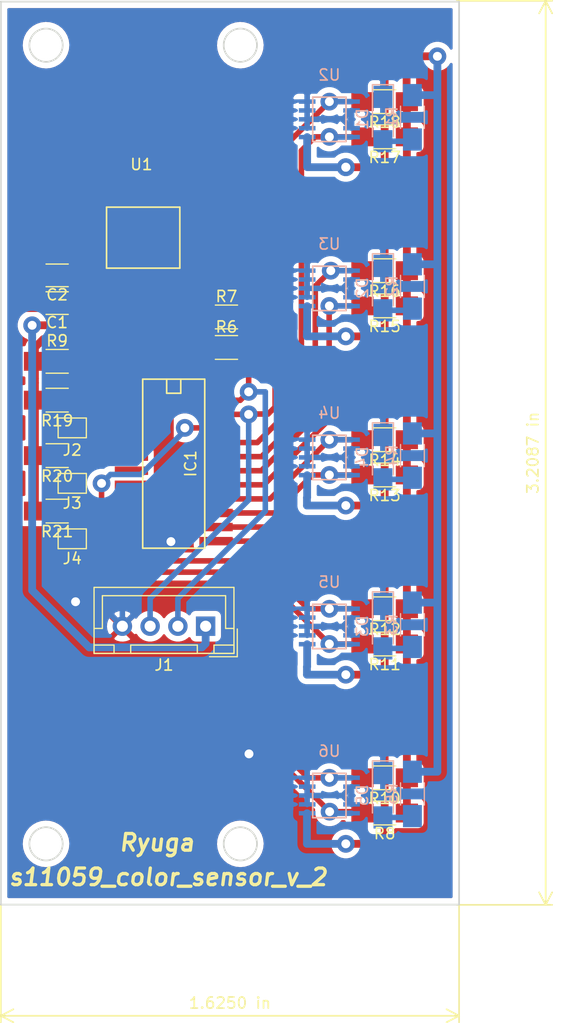
<source format=kicad_pcb>
(kicad_pcb (version 20171130) (host pcbnew "(5.1.0)-1")
  (layers (0 F.Cu signal) (31 B.Cu signal) (34 B.Paste user hide) (35 F.Paste user hide) (36 B.SilkS user) (37 F.SilkS user) (38 B.Mask user) (39 F.Mask user) (44 Edge.Cuts user))
  (net 0 "")
  (net 1 +3V3)
  (net 2 sda)
  (net 3 scl)
  (net 4 GND)
  (net 5 scl7)
  (net 6 sda7)
  (net 7 scl6)
  (net 8 sda6)
  (net 9 scl5)
  (net 10 sda5)
  (net 11 scl4)
  (net 12 sda4)
  (net 13 scl3)
  (net 14 sda3)
  (net 15 +5V)
  (net 16 "Net-(D1-Pad2)")
  (net 17 "Net-(D2-Pad2)")
  (net 18 "Net-(D3-Pad2)")
  (net 19 "Net-(D4-Pad2)")
  (net 20 "Net-(D5-Pad2)")
  (net 21 "Net-(IC1-Pad3)")
  (net 22 A0)
  (net 23 A1)
  (net 24 A2)
  (module mylib:PQ033EZH1HZ (layer F.Cu) (at 135.25 86.6)
    (fp_text reference U1 (at -0.16 -11.845) (layer F.SilkS))
    (fp_text value PQ033EZ1HZ)
    (pad 3 smd rect (at 0 -9.4) (size 5.7 2.3) (layers F.Cu F.Paste F.Mask) (net 1 +3V3))
    (pad 5 smd rect (at 2.54 0.65) (size 0.7 3) (layers F.Cu F.Paste F.Mask) (net 4 GND))
    (pad 4 smd rect (at 1.27 0.65) (size 0.7 3) (layers F.Cu F.Paste F.Mask))
    (pad 3 smd rect (at 0 0.65) (size 0.7 3) (layers F.Cu F.Paste F.Mask) (net 1 +3V3))
    (pad 2 smd rect (at -1.27 0.65) (size 0.7 3) (layers F.Cu F.Paste F.Mask) (net 15 +5V))
    (pad 1 smd rect (at -2.54 0.65) (size 0.7 3) (layers F.Cu F.Paste F.Mask) (net 15 +5V))
  )
  (module SMD_Packages:SOIC-24 (layer F.Cu) (at 138 101.727 270)
    (fp_text reference IC1 (at 0 -1.524 270) (layer F.SilkS))
    (fp_text value PCA9547D,112)
    (pad 13 smd rect (at 6.985 -3.81 270) (size 0.762 3) (layers F.Cu F.Paste F.Mask) (net 12 sda4))
    (pad 14 smd rect (at 5.715 -3.81 270) (size 0.762 3) (layers F.Cu F.Paste F.Mask) (net 11 scl4))
    (pad 15 smd rect (at 4.445 -3.81 270) (size 0.762 3) (layers F.Cu F.Paste F.Mask) (net 10 sda5))
    (pad 16 smd rect (at 3.175 -3.81 270) (size 0.762 3) (layers F.Cu F.Paste F.Mask) (net 9 scl5))
    (pad 17 smd rect (at 1.905 -3.81 270) (size 0.762 3) (layers F.Cu F.Paste F.Mask) (net 8 sda6))
    (pad 18 smd rect (at 0.635 -3.81 270) (size 0.762 3) (layers F.Cu F.Paste F.Mask) (net 7 scl6))
    (pad 19 smd rect (at -0.635 -3.81 270) (size 0.762 3) (layers F.Cu F.Paste F.Mask) (net 6 sda7))
    (pad 20 smd rect (at -1.905 -3.81 270) (size 0.762 3) (layers F.Cu F.Paste F.Mask) (net 5 scl7))
    (pad 21 smd rect (at -3.175 -3.81 270) (size 0.762 3) (layers F.Cu F.Paste F.Mask) (net 24 A2))
    (pad 22 smd rect (at -4.445 -3.81 270) (size 0.762 3) (layers F.Cu F.Paste F.Mask) (net 3 scl))
    (pad 23 smd rect (at -5.715 -3.81 270) (size 0.762 3) (layers F.Cu F.Paste F.Mask) (net 2 sda))
    (pad 24 smd rect (at -6.985 -3.81 270) (size 0.762 3) (layers F.Cu F.Paste F.Mask) (net 1 +3V3))
    (pad 12 smd rect (at 7.112 3.81 270) (size 0.762 3) (layers F.Cu F.Paste F.Mask) (net 4 GND))
    (pad 11 smd rect (at 5.715 3.81 270) (size 0.762 3) (layers F.Cu F.Paste F.Mask) (net 13 scl3))
    (pad 10 smd rect (at 4.445 3.81 270) (size 0.762 3) (layers F.Cu F.Paste F.Mask) (net 14 sda3))
    (pad 9 smd rect (at 3.175 3.81 270) (size 0.762 3) (layers F.Cu F.Paste F.Mask))
    (pad 8 smd rect (at 1.905 3.81 270) (size 0.762 3) (layers F.Cu F.Paste F.Mask))
    (pad 7 smd rect (at 0.635 3.81 270) (size 0.762 3) (layers F.Cu F.Paste F.Mask))
    (pad 6 smd rect (at -0.635 3.81 270) (size 0.762 3) (layers F.Cu F.Paste F.Mask))
    (pad 5 smd rect (at -1.905 3.81 270) (size 0.762 3) (layers F.Cu F.Paste F.Mask))
    (pad 4 smd rect (at -3.175 3.81 270) (size 0.762 3) (layers F.Cu F.Paste F.Mask))
    (pad 3 smd rect (at -4.445 3.81 270) (size 0.762 3) (layers F.Cu F.Paste F.Mask) (net 21 "Net-(IC1-Pad3)"))
    (pad 2 smd rect (at -5.715 3.81 270) (size 0.762 3) (layers F.Cu F.Paste F.Mask) (net 23 A1))
    (pad 1 smd rect (at -6.985 3.81 270) (size 0.762 3) (layers F.Cu F.Paste F.Mask) (net 22 A0))
  )
  (module mylib:S11059_SMD (layer B.Cu) (at 152.019 82.423)
    (fp_text reference U3 (at 0 -0.5) (layer B.SilkS) (effects (justify mirror)))
    (fp_text value S11059)
    (pad 1 smd rect (at -2 5.1) (size 1.5 0.4) (layers B.Cu B.Paste B.Mask) (net 1 +3V3))
    (pad 2 smd rect (at -2 4.3) (size 1.5 0.4) (layers B.Cu B.Paste B.Mask) (net 4 GND))
    (pad 3 smd rect (at -2 3.5) (size 1.5 0.4) (layers B.Cu B.Paste B.Mask) (net 4 GND))
    (pad 4 smd rect (at -2 2.7) (size 1.5 0.4) (layers B.Cu B.Paste B.Mask) (net 4 GND))
    (pad 5 smd rect (at -2 1.9) (size 1.5 0.4) (layers B.Cu B.Paste B.Mask) (net 4 GND))
    (pad 6 smd rect (at 2 1.9) (size 1.5 0.4) (layers B.Cu B.Paste B.Mask) (net 7 scl6))
    (pad 7 smd rect (at 2 2.7) (size 1.5 0.4) (layers B.Cu B.Paste B.Mask) (net 4 GND))
    (pad 9 smd rect (at 2 4.3) (size 1.5 0.4) (layers B.Cu B.Paste B.Mask) (net 4 GND))
    (pad 10 smd rect (at 2 5.1) (size 1.5 0.4) (layers B.Cu B.Paste B.Mask) (net 8 sda6))
  )
  (module Connectors_JST:JST_XH_B04B-XH-A_04x2.50mm_Straight (layer F.Cu) (at 140.875 116.38 180)
    (fp_text reference J1 (at 3.75 -3.5 180) (layer F.SilkS))
    (fp_text value Conn_01x04)
    (pad 1 thru_hole rect (at 0 0 180) (size 1.75 1.75) (drill 1) (layers *.Cu *.Mask) (net 15 +5V))
    (pad 2 thru_hole circle (at 2.5 0 180) (size 1.75 1.75) (drill 1) (layers *.Cu *.Mask) (net 2 sda))
    (pad 3 thru_hole circle (at 5 0 180) (size 1.75 1.75) (drill 1) (layers *.Cu *.Mask) (net 3 scl))
    (pad 4 thru_hole circle (at 7.5 0 180) (size 1.75 1.75) (drill 1) (layers *.Cu *.Mask) (net 4 GND))
  )
  (module LEDs:LED_1206_HandSoldering (layer B.Cu) (at 156.845 70.66 270)
    (fp_text reference D1 (at 0 1.85 270) (layer B.SilkS) (effects (justify mirror)))
    (fp_text value LED)
    (pad 1 smd rect (at -2 0 270) (size 2 1.7) (layers B.Cu B.Paste B.Mask) (net 4 GND))
    (pad 2 smd rect (at 2 0 270) (size 2 1.7) (layers B.Cu B.Paste B.Mask) (net 16 "Net-(D1-Pad2)"))
  )
  (module LEDs:LED_1206_HandSoldering (layer B.Cu) (at 156.845 85.9 270)
    (fp_text reference D2 (at 0 1.85 270) (layer B.SilkS) (effects (justify mirror)))
    (fp_text value LED)
    (pad 1 smd rect (at -2 0 270) (size 2 1.7) (layers B.Cu B.Paste B.Mask) (net 4 GND))
    (pad 2 smd rect (at 2 0 270) (size 2 1.7) (layers B.Cu B.Paste B.Mask) (net 17 "Net-(D2-Pad2)"))
  )
  (module LEDs:LED_1206_HandSoldering (layer B.Cu) (at 156.845 116.38 270)
    (fp_text reference D3 (at 0 1.85 270) (layer B.SilkS) (effects (justify mirror)))
    (fp_text value LED)
    (pad 1 smd rect (at -2 0 270) (size 2 1.7) (layers B.Cu B.Paste B.Mask) (net 4 GND))
    (pad 2 smd rect (at 2 0 270) (size 2 1.7) (layers B.Cu B.Paste B.Mask) (net 18 "Net-(D3-Pad2)"))
  )
  (module LEDs:LED_1206_HandSoldering (layer B.Cu) (at 156.845 101.14 270)
    (fp_text reference D4 (at 0 1.85 270) (layer B.SilkS) (effects (justify mirror)))
    (fp_text value LED)
    (pad 1 smd rect (at -2 0 270) (size 2 1.7) (layers B.Cu B.Paste B.Mask) (net 4 GND))
    (pad 2 smd rect (at 2 0 270) (size 2 1.7) (layers B.Cu B.Paste B.Mask) (net 19 "Net-(D4-Pad2)"))
  )
  (module LEDs:LED_1206_HandSoldering (layer B.Cu) (at 156.845 131.62 270)
    (fp_text reference D5 (at 0 1.85 270) (layer B.SilkS) (effects (justify mirror)))
    (fp_text value LED)
    (pad 1 smd rect (at -2 0 270) (size 2 1.7) (layers B.Cu B.Paste B.Mask) (net 4 GND))
    (pad 2 smd rect (at 2 0 270) (size 2 1.7) (layers B.Cu B.Paste B.Mask) (net 20 "Net-(D5-Pad2)"))
  )
  (module Capacitors_SMD:C_1206_HandSoldering (layer F.Cu) (at 127.5 87.25 180)
    (fp_text reference C1 (at 0 -1.75 180) (layer F.SilkS))
    (fp_text value C)
    (pad 1 smd rect (at -2 0 180) (size 2 1.6) (layers F.Cu F.Paste F.Mask) (net 15 +5V))
    (pad 2 smd rect (at 2 0 180) (size 2 1.6) (layers F.Cu F.Paste F.Mask) (net 4 GND))
  )
  (module Capacitors_SMD:C_1206_HandSoldering (layer F.Cu) (at 127.5 84.75 180)
    (fp_text reference C2 (at 0 -1.75 180) (layer F.SilkS))
    (fp_text value C)
    (pad 1 smd rect (at -2 0 180) (size 2 1.6) (layers F.Cu F.Paste F.Mask) (net 1 +3V3))
    (pad 2 smd rect (at 2 0 180) (size 2 1.6) (layers F.Cu F.Paste F.Mask) (net 4 GND))
  )
  (module Connectors:GS2 (layer F.Cu) (at 128.86 98.5 270)
    (fp_text reference J2 (at 2 0) (layer F.SilkS))
    (fp_text value GS2)
    (pad 1 smd rect (at 0 -0.64 270) (size 1.27 0.97) (layers F.Cu F.Paste F.Mask) (net 22 A0))
    (pad 2 smd rect (at 0 0.64 270) (size 1.27 0.97) (layers F.Cu F.Paste F.Mask) (net 4 GND))
  )
  (module Connectors:GS2 (layer F.Cu) (at 128.86 103.5 270)
    (fp_text reference J3 (at 1.78 0) (layer F.SilkS))
    (fp_text value GS2)
    (pad 1 smd rect (at 0 -0.64 270) (size 1.27 0.97) (layers F.Cu F.Paste F.Mask) (net 23 A1))
    (pad 2 smd rect (at 0 0.64 270) (size 1.27 0.97) (layers F.Cu F.Paste F.Mask) (net 4 GND))
  )
  (module Connectors:GS2 (layer F.Cu) (at 128.86 108.5 270)
    (fp_text reference J4 (at 1.78 0) (layer F.SilkS))
    (fp_text value GS2)
    (pad 1 smd rect (at 0 -0.64 270) (size 1.27 0.97) (layers F.Cu F.Paste F.Mask) (net 24 A2))
    (pad 2 smd rect (at 0 0.64 270) (size 1.27 0.97) (layers F.Cu F.Paste F.Mask) (net 4 GND))
  )
  (module mylib:S11059_SMD (layer B.Cu) (at 152.019 67.183)
    (fp_text reference U2 (at 0 -0.5) (layer B.SilkS) (effects (justify mirror)))
    (fp_text value S11059)
    (pad 1 smd rect (at -2 5.1) (size 1.5 0.4) (layers B.Cu B.Paste B.Mask) (net 1 +3V3))
    (pad 2 smd rect (at -2 4.3) (size 1.5 0.4) (layers B.Cu B.Paste B.Mask) (net 4 GND))
    (pad 3 smd rect (at -2 3.5) (size 1.5 0.4) (layers B.Cu B.Paste B.Mask) (net 4 GND))
    (pad 4 smd rect (at -2 2.7) (size 1.5 0.4) (layers B.Cu B.Paste B.Mask) (net 4 GND))
    (pad 5 smd rect (at -2 1.9) (size 1.5 0.4) (layers B.Cu B.Paste B.Mask) (net 4 GND))
    (pad 6 smd rect (at 2 1.9) (size 1.5 0.4) (layers B.Cu B.Paste B.Mask) (net 5 scl7))
    (pad 7 smd rect (at 2 2.7) (size 1.5 0.4) (layers B.Cu B.Paste B.Mask) (net 4 GND))
    (pad 9 smd rect (at 2 4.3) (size 1.5 0.4) (layers B.Cu B.Paste B.Mask) (net 4 GND))
    (pad 10 smd rect (at 2 5.1) (size 1.5 0.4) (layers B.Cu B.Paste B.Mask) (net 6 sda7))
  )
  (module mylib:S11059_SMD (layer B.Cu) (at 152.019 97.663)
    (fp_text reference U4 (at 0 -0.5) (layer B.SilkS) (effects (justify mirror)))
    (fp_text value S11059)
    (pad 1 smd rect (at -2 5.1) (size 1.5 0.4) (layers B.Cu B.Paste B.Mask) (net 1 +3V3))
    (pad 2 smd rect (at -2 4.3) (size 1.5 0.4) (layers B.Cu B.Paste B.Mask) (net 4 GND))
    (pad 3 smd rect (at -2 3.5) (size 1.5 0.4) (layers B.Cu B.Paste B.Mask) (net 4 GND))
    (pad 4 smd rect (at -2 2.7) (size 1.5 0.4) (layers B.Cu B.Paste B.Mask) (net 4 GND))
    (pad 5 smd rect (at -2 1.9) (size 1.5 0.4) (layers B.Cu B.Paste B.Mask) (net 4 GND))
    (pad 6 smd rect (at 2 1.9) (size 1.5 0.4) (layers B.Cu B.Paste B.Mask) (net 9 scl5))
    (pad 7 smd rect (at 2 2.7) (size 1.5 0.4) (layers B.Cu B.Paste B.Mask) (net 4 GND))
    (pad 9 smd rect (at 2 4.3) (size 1.5 0.4) (layers B.Cu B.Paste B.Mask) (net 4 GND))
    (pad 10 smd rect (at 2 5.1) (size 1.5 0.4) (layers B.Cu B.Paste B.Mask) (net 10 sda5))
  )
  (module mylib:S11059_SMD (layer B.Cu) (at 152.019 112.903)
    (fp_text reference U5 (at 0 -0.5) (layer B.SilkS) (effects (justify mirror)))
    (fp_text value S11059)
    (pad 1 smd rect (at -2 5.1) (size 1.5 0.4) (layers B.Cu B.Paste B.Mask) (net 1 +3V3))
    (pad 2 smd rect (at -2 4.3) (size 1.5 0.4) (layers B.Cu B.Paste B.Mask) (net 4 GND))
    (pad 3 smd rect (at -2 3.5) (size 1.5 0.4) (layers B.Cu B.Paste B.Mask) (net 4 GND))
    (pad 4 smd rect (at -2 2.7) (size 1.5 0.4) (layers B.Cu B.Paste B.Mask) (net 4 GND))
    (pad 5 smd rect (at -2 1.9) (size 1.5 0.4) (layers B.Cu B.Paste B.Mask) (net 4 GND))
    (pad 6 smd rect (at 2 1.9) (size 1.5 0.4) (layers B.Cu B.Paste B.Mask) (net 11 scl4))
    (pad 7 smd rect (at 2 2.7) (size 1.5 0.4) (layers B.Cu B.Paste B.Mask) (net 4 GND))
    (pad 9 smd rect (at 2 4.3) (size 1.5 0.4) (layers B.Cu B.Paste B.Mask) (net 4 GND))
    (pad 10 smd rect (at 2 5.1) (size 1.5 0.4) (layers B.Cu B.Paste B.Mask) (net 12 sda4))
  )
  (module mylib:S11059_SMD (layer B.Cu) (at 152.019 128.143)
    (fp_text reference U6 (at 0 -0.5) (layer B.SilkS) (effects (justify mirror)))
    (fp_text value S11059)
    (pad 1 smd rect (at -2 5.1) (size 1.5 0.4) (layers B.Cu B.Paste B.Mask) (net 1 +3V3))
    (pad 2 smd rect (at -2 4.3) (size 1.5 0.4) (layers B.Cu B.Paste B.Mask) (net 4 GND))
    (pad 3 smd rect (at -2 3.5) (size 1.5 0.4) (layers B.Cu B.Paste B.Mask) (net 4 GND))
    (pad 4 smd rect (at -2 2.7) (size 1.5 0.4) (layers B.Cu B.Paste B.Mask) (net 4 GND))
    (pad 5 smd rect (at -2 1.9) (size 1.5 0.4) (layers B.Cu B.Paste B.Mask) (net 4 GND))
    (pad 6 smd rect (at 2 1.9) (size 1.5 0.4) (layers B.Cu B.Paste B.Mask) (net 13 scl3))
    (pad 7 smd rect (at 2 2.7) (size 1.5 0.4) (layers B.Cu B.Paste B.Mask) (net 4 GND))
    (pad 9 smd rect (at 2 4.3) (size 1.5 0.4) (layers B.Cu B.Paste B.Mask) (net 4 GND))
    (pad 10 smd rect (at 2 5.1) (size 1.5 0.4) (layers B.Cu B.Paste B.Mask) (net 14 sda3))
  )
  (module Resistors_SMD:R_1206_HandSoldering (layer B.Cu) (at 159.5 70.5 270)
    (fp_text reference R1 (at 0 1.85 270) (layer B.SilkS) (effects (justify mirror)))
    (fp_text value R)
    (pad 1 smd rect (at -2 0 270) (size 2 1.7) (layers B.Cu B.Paste B.Mask) (net 1 +3V3))
    (pad 2 smd rect (at 2 0 270) (size 2 1.7) (layers B.Cu B.Paste B.Mask) (net 16 "Net-(D1-Pad2)"))
  )
  (module Resistors_SMD:R_1206_HandSoldering (layer B.Cu) (at 159.5 85.75 270)
    (fp_text reference R2 (at 0 1.85 270) (layer B.SilkS) (effects (justify mirror)))
    (fp_text value R)
    (pad 2 smd rect (at 2 0 270) (size 2 1.7) (layers B.Cu B.Paste B.Mask) (net 17 "Net-(D2-Pad2)"))
    (pad 1 smd rect (at -2 0 270) (size 2 1.7) (layers B.Cu B.Paste B.Mask) (net 1 +3V3))
  )
  (module Resistors_SMD:R_1206_HandSoldering (layer B.Cu) (at 159.5 116.25 270)
    (fp_text reference R3 (at 0 1.85 270) (layer B.SilkS) (effects (justify mirror)))
    (fp_text value R)
    (pad 1 smd rect (at -2 0 270) (size 2 1.7) (layers B.Cu B.Paste B.Mask) (net 1 +3V3))
    (pad 2 smd rect (at 2 0 270) (size 2 1.7) (layers B.Cu B.Paste B.Mask) (net 18 "Net-(D3-Pad2)"))
  )
  (module Resistors_SMD:R_1206_HandSoldering (layer B.Cu) (at 159.5 101 270)
    (fp_text reference R4 (at 0 1.85 270) (layer B.SilkS) (effects (justify mirror)))
    (fp_text value R)
    (pad 2 smd rect (at 2 0 270) (size 2 1.7) (layers B.Cu B.Paste B.Mask) (net 19 "Net-(D4-Pad2)"))
    (pad 1 smd rect (at -2 0 270) (size 2 1.7) (layers B.Cu B.Paste B.Mask) (net 1 +3V3))
  )
  (module Resistors_SMD:R_1206_HandSoldering (layer B.Cu) (at 159.5 131.5 270)
    (fp_text reference R5 (at 0 1.85 270) (layer B.SilkS) (effects (justify mirror)))
    (fp_text value R)
    (pad 1 smd rect (at -2 0 270) (size 2 1.7) (layers B.Cu B.Paste B.Mask) (net 1 +3V3))
    (pad 2 smd rect (at 2 0 270) (size 2 1.7) (layers B.Cu B.Paste B.Mask) (net 20 "Net-(D5-Pad2)"))
  )
  (module Resistors_SMD:R_1206_HandSoldering (layer F.Cu) (at 142.75 91.25)
    (fp_text reference R6 (at 0 -1.85) (layer F.SilkS))
    (fp_text value R)
    (pad 1 smd rect (at -2 0) (size 2 1.7) (layers F.Cu F.Paste F.Mask) (net 1 +3V3))
    (pad 2 smd rect (at 2 0) (size 2 1.7) (layers F.Cu F.Paste F.Mask) (net 2 sda))
  )
  (module Resistors_SMD:R_1206_HandSoldering (layer F.Cu) (at 142.75 88.5)
    (fp_text reference R7 (at 0 -1.85) (layer F.SilkS))
    (fp_text value R)
    (pad 2 smd rect (at 2 0) (size 2 1.7) (layers F.Cu F.Paste F.Mask) (net 3 scl))
    (pad 1 smd rect (at -2 0) (size 2 1.7) (layers F.Cu F.Paste F.Mask) (net 1 +3V3))
  )
  (module Resistors_SMD:R_1206_HandSoldering (layer F.Cu) (at 157 133.223 180)
    (fp_text reference R8 (at 0 -1.85 180) (layer F.SilkS))
    (fp_text value R)
    (pad 1 smd rect (at -2 0 180) (size 2 1.7) (layers F.Cu F.Paste F.Mask) (net 1 +3V3))
    (pad 2 smd rect (at 2 0 180) (size 2 1.7) (layers F.Cu F.Paste F.Mask) (net 14 sda3))
  )
  (module Resistors_SMD:R_1206_HandSoldering (layer F.Cu) (at 127.5 92.5)
    (fp_text reference R9 (at 0 -1.85) (layer F.SilkS))
    (fp_text value R)
    (pad 2 smd rect (at 2 0) (size 2 1.7) (layers F.Cu F.Paste F.Mask) (net 21 "Net-(IC1-Pad3)"))
    (pad 1 smd rect (at -2 0) (size 2 1.7) (layers F.Cu F.Paste F.Mask) (net 1 +3V3))
  )
  (module Resistors_SMD:R_1206_HandSoldering (layer F.Cu) (at 157 130.048 180)
    (fp_text reference R10 (at 0 -1.85 180) (layer F.SilkS))
    (fp_text value R)
    (pad 1 smd rect (at -2 0 180) (size 2 1.7) (layers F.Cu F.Paste F.Mask) (net 1 +3V3))
    (pad 2 smd rect (at 2 0 180) (size 2 1.7) (layers F.Cu F.Paste F.Mask) (net 13 scl3))
  )
  (module Resistors_SMD:R_1206_HandSoldering (layer F.Cu) (at 157 117.983 180)
    (fp_text reference R11 (at 0 -1.85 180) (layer F.SilkS))
    (fp_text value R)
    (pad 2 smd rect (at 2 0 180) (size 2 1.7) (layers F.Cu F.Paste F.Mask) (net 12 sda4))
    (pad 1 smd rect (at -2 0 180) (size 2 1.7) (layers F.Cu F.Paste F.Mask) (net 1 +3V3))
  )
  (module Resistors_SMD:R_1206_HandSoldering (layer F.Cu) (at 157 114.808 180)
    (fp_text reference R12 (at 0 -1.85 180) (layer F.SilkS))
    (fp_text value R)
    (pad 1 smd rect (at -2 0 180) (size 2 1.7) (layers F.Cu F.Paste F.Mask) (net 1 +3V3))
    (pad 2 smd rect (at 2 0 180) (size 2 1.7) (layers F.Cu F.Paste F.Mask) (net 11 scl4))
  )
  (module Resistors_SMD:R_1206_HandSoldering (layer F.Cu) (at 157 102.743 180)
    (fp_text reference R13 (at 0 -1.85 180) (layer F.SilkS))
    (fp_text value R)
    (pad 2 smd rect (at 2 0 180) (size 2 1.7) (layers F.Cu F.Paste F.Mask) (net 10 sda5))
    (pad 1 smd rect (at -2 0 180) (size 2 1.7) (layers F.Cu F.Paste F.Mask) (net 1 +3V3))
  )
  (module Resistors_SMD:R_1206_HandSoldering (layer F.Cu) (at 157 99.568 180)
    (fp_text reference R14 (at 0 -1.85 180) (layer F.SilkS))
    (fp_text value R)
    (pad 1 smd rect (at -2 0 180) (size 2 1.7) (layers F.Cu F.Paste F.Mask) (net 1 +3V3))
    (pad 2 smd rect (at 2 0 180) (size 2 1.7) (layers F.Cu F.Paste F.Mask) (net 9 scl5))
  )
  (module Resistors_SMD:R_1206_HandSoldering (layer F.Cu) (at 157 87.5 180)
    (fp_text reference R15 (at 0 -1.85 180) (layer F.SilkS))
    (fp_text value R)
    (pad 2 smd rect (at 2 0 180) (size 2 1.7) (layers F.Cu F.Paste F.Mask) (net 8 sda6))
    (pad 1 smd rect (at -2 0 180) (size 2 1.7) (layers F.Cu F.Paste F.Mask) (net 1 +3V3))
  )
  (module Resistors_SMD:R_1206_HandSoldering (layer F.Cu) (at 157 84.328 180)
    (fp_text reference R16 (at 0 -1.85 180) (layer F.SilkS))
    (fp_text value R)
    (pad 1 smd rect (at -2 0 180) (size 2 1.7) (layers F.Cu F.Paste F.Mask) (net 1 +3V3))
    (pad 2 smd rect (at 2 0 180) (size 2 1.7) (layers F.Cu F.Paste F.Mask) (net 7 scl6))
  )
  (module Resistors_SMD:R_1206_HandSoldering (layer F.Cu) (at 157 72.263 180)
    (fp_text reference R17 (at 0 -1.85 180) (layer F.SilkS))
    (fp_text value R)
    (pad 2 smd rect (at 2 0 180) (size 2 1.7) (layers F.Cu F.Paste F.Mask) (net 6 sda7))
    (pad 1 smd rect (at -2 0 180) (size 2 1.7) (layers F.Cu F.Paste F.Mask) (net 1 +3V3))
  )
  (module Resistors_SMD:R_1206_HandSoldering (layer F.Cu) (at 157 69.088 180)
    (fp_text reference R18 (at 0 -1.85 180) (layer F.SilkS))
    (fp_text value R)
    (pad 1 smd rect (at -2 0 180) (size 2 1.7) (layers F.Cu F.Paste F.Mask) (net 1 +3V3))
    (pad 2 smd rect (at 2 0 180) (size 2 1.7) (layers F.Cu F.Paste F.Mask) (net 5 scl7))
  )
  (module Resistors_SMD:R_1206_HandSoldering (layer F.Cu) (at 127.5 96 180)
    (fp_text reference R19 (at 0 -1.85 180) (layer F.SilkS))
    (fp_text value R)
    (pad 2 smd rect (at 2 0 180) (size 2 1.7) (layers F.Cu F.Paste F.Mask) (net 1 +3V3))
    (pad 1 smd rect (at -2 0 180) (size 2 1.7) (layers F.Cu F.Paste F.Mask) (net 22 A0))
  )
  (module Resistors_SMD:R_1206_HandSoldering (layer F.Cu) (at 127.5 101 180)
    (fp_text reference R20 (at 0 -1.85 180) (layer F.SilkS))
    (fp_text value R)
    (pad 2 smd rect (at 2 0 180) (size 2 1.7) (layers F.Cu F.Paste F.Mask) (net 1 +3V3))
    (pad 1 smd rect (at -2 0 180) (size 2 1.7) (layers F.Cu F.Paste F.Mask) (net 23 A1))
  )
  (module Resistors_SMD:R_1206_HandSoldering (layer F.Cu) (at 127.5 106 180)
    (fp_text reference R21 (at 0 -1.85 180) (layer F.SilkS))
    (fp_text value R)
    (pad 2 smd rect (at 2 0 180) (size 2 1.7) (layers F.Cu F.Paste F.Mask) (net 1 +3V3))
    (pad 1 smd rect (at -2 0 180) (size 2 1.7) (layers F.Cu F.Paste F.Mask) (net 24 A2))
  )
  (dimension 81.5 (width 0.15) (layer F.SilkS) (gr_text "81.500 mm" (at 172.8 100.75 90) (layer F.SilkS) (effects (font (size 1 1) (thickness 0.15)))) (feature1 (pts (xy 163.5 60) (xy 172.086421 60))) (feature2 (pts (xy 163.5 141.5) (xy 172.086421 141.5))) (crossbar (pts (xy 171.5 141.5) (xy 171.5 60))) (arrow1a (pts (xy 171.5 60) (xy 172.086421 61.126504))) (arrow1b (pts (xy 171.5 60) (xy 170.913579 61.126504))) (arrow2a (pts (xy 171.5 141.5) (xy 172.086421 140.373496))) (arrow2b (pts (xy 171.5 141.5) (xy 170.913579 140.373496))))
  (dimension 41.275 (width 0.15) (layer F.SilkS) (gr_text "41.275 mm" (at 143.0655 152.8) (layer F.SilkS) (effects (font (size 1 1) (thickness 0.15)))) (feature1 (pts (xy 163.703 141.478) (xy 163.703 152.086421))) (feature2 (pts (xy 122.428 141.478) (xy 122.428 152.086421))) (crossbar (pts (xy 122.428 151.5) (xy 163.703 151.5))) (arrow1a (pts (xy 163.703 151.5) (xy 162.576496 152.086421))) (arrow1b (pts (xy 163.703 151.5) (xy 162.576496 150.913579))) (arrow2a (pts (xy 122.428 151.5) (xy 123.554504 152.086421))) (arrow2b (pts (xy 122.428 151.5) (xy 123.554504 150.913579))))
  (gr_line (start 122.428 141.478) (end 122.428 60.071) (layer Edge.Cuts) (width 0.15))
  (gr_line (start 163.703 141.478) (end 122.428 141.478) (layer Edge.Cuts) (width 0.15))
  (gr_line (start 163.703 60.071) (end 163.703 141.478) (layer Edge.Cuts) (width 0.15))
  (gr_line (start 122.428 60.071) (end 163.703 60.071) (layer Edge.Cuts) (width 0.15))
  (gr_text "Ryuga\n" (at 136.5 135.89) (layer F.SilkS) (effects (font (size 1.5 1.5) (thickness 0.3) italic)))
  (gr_text s11059_color_sensor_v_2 (at 137.5 139) (layer F.SilkS) (effects (font (size 1.5 1.5) (thickness 0.3) italic)))
  (gr_circle (center 144 136) (end 145.5 136) (layer Edge.Cuts) (width 0.15))
  (gr_circle (center 144 64) (end 145.5 64) (layer Edge.Cuts) (width 0.15))
  (gr_circle (center 126.5 64) (end 128 64) (layer Edge.Cuts) (width 0.15))
  (gr_circle (center 126.5 136) (end 128 136) (layer Edge.Cuts) (width 0.15))
  (segment (start 150.019 133.243) (end 149.987 133.275) (width 0.7) (layer B.Cu) (net 1))
  (segment (start 125.5 94.430002) (end 125.5 94.45) (width 0.7) (layer F.Cu) (net 1))
  (segment (start 125.5 94.430002) (end 125.5 106) (width 0.7) (layer F.Cu) (net 1))
  (segment (start 158.976 65.024) (end 158.976 69.226) (width 0.7) (layer F.Cu) (net 1))
  (segment (start 158.976 69.226) (end 159 69.25) (width 0.7) (layer F.Cu) (net 1))
  (segment (start 159 69.25) (end 159 84.5) (width 0.7) (layer F.Cu) (net 1))
  (segment (start 159 84.5) (end 159 87.25) (width 0.7) (layer F.Cu) (net 1))
  (segment (start 159 87.25) (end 159 99.75) (width 0.7) (layer F.Cu) (net 1))
  (segment (start 159 99.75) (end 159 102.75) (width 0.7) (layer F.Cu) (net 1))
  (segment (start 159 102.743) (end 159 104.293) (width 0.7) (layer F.Cu) (net 1))
  (segment (start 157.024 65.024) (end 158.976 65.024) (width 0.7) (layer F.Cu) (net 1))
  (segment (start 157 104.5) (end 157 90.75) (width 0.7) (layer F.Cu) (net 1))
  (via (at 153.5 135.999984) (size 1.6) (drill 0.8) (layers F.Cu B.Cu) (net 1))
  (segment (start 150.019 118.003) (end 150.019 120.019) (width 0.7) (layer B.Cu) (net 1))
  (segment (start 125.5 94.05) (end 125.5 94.430002) (width 0.7) (layer F.Cu) (net 1))
  (segment (start 125.5 92.5) (end 125.5 94.05) (width 0.7) (layer F.Cu) (net 1))
  (segment (start 126.25 90.5) (end 132.5 90.5) (width 0.7) (layer F.Cu) (net 1))
  (segment (start 125.5 92.5) (end 125.5 91.25) (width 0.7) (layer F.Cu) (net 1))
  (segment (start 125.5 91.25) (end 126.25 90.5) (width 0.7) (layer F.Cu) (net 1))
  (segment (start 132.5 90.5) (end 135 90.5) (width 0.7) (layer F.Cu) (net 1))
  (segment (start 135 90.5) (end 135.25 90.25) (width 0.7) (layer F.Cu) (net 1))
  (segment (start 135.25 90.25) (end 135.25 87.5) (width 0.7) (layer F.Cu) (net 1))
  (segment (start 135.25 84.5) (end 135.25 85.679998) (width 0.7) (layer F.Cu) (net 1))
  (segment (start 135.75 84) (end 135.25 84.5) (width 0.7) (layer F.Cu) (net 1))
  (segment (start 139.75 94.75) (end 139.425 94.425) (width 0.7) (layer F.Cu) (net 1))
  (segment (start 142 94.75) (end 139.75 94.75) (width 0.7) (layer F.Cu) (net 1))
  (segment (start 139.425 94.425) (end 139.425 93.425) (width 0.7) (layer F.Cu) (net 1))
  (segment (start 139.425 93.425) (end 140.75 92.1) (width 0.7) (layer F.Cu) (net 1))
  (segment (start 140.75 92.1) (end 140.75 84.75) (width 0.7) (layer F.Cu) (net 1))
  (segment (start 140 84) (end 135.75 84) (width 0.7) (layer F.Cu) (net 1))
  (segment (start 140.75 84.75) (end 140 84) (width 0.7) (layer F.Cu) (net 1))
  (segment (start 135.25 85.679998) (end 135.25 87.25) (width 0.7) (layer F.Cu) (net 1))
  (segment (start 155.575 65.024) (end 157.024 65.024) (width 0.7) (layer F.Cu) (net 1))
  (segment (start 151.726 65.024) (end 155.575 65.024) (width 0.7) (layer F.Cu) (net 1))
  (segment (start 139.25 77.5) (end 151.726 65.024) (width 0.7) (layer F.Cu) (net 1))
  (segment (start 129.5 84.75) (end 129.5 77.5) (width 0.7) (layer F.Cu) (net 1))
  (segment (start 129.5 77.5) (end 139.25 77.5) (width 0.7) (layer F.Cu) (net 1))
  (segment (start 135.25 79.05) (end 135.25 84.5) (width 0.7) (layer F.Cu) (net 1))
  (segment (start 135.25 77.2) (end 135.25 79.05) (width 0.7) (layer F.Cu) (net 1))
  (segment (start 160.618626 65) (end 161.749996 65) (width 0.7) (layer F.Cu) (net 1))
  (segment (start 159 65) (end 160.618626 65) (width 0.7) (layer F.Cu) (net 1))
  (segment (start 158.976 65.024) (end 159 65) (width 0.7) (layer F.Cu) (net 1))
  (via (at 161.749996 65) (size 1.6) (drill 0.8) (layers F.Cu B.Cu) (net 1))
  (segment (start 161.749996 66.13137) (end 161.75 66.131374) (width 0.7) (layer B.Cu) (net 1))
  (segment (start 161.749996 65) (end 161.749996 66.13137) (width 0.7) (layer B.Cu) (net 1))
  (segment (start 161.75 118.5) (end 161.75 129.5) (width 0.7) (layer B.Cu) (net 1))
  (segment (start 161.75 129.5) (end 159.75 129.5) (width 0.7) (layer B.Cu) (net 1))
  (segment (start 159.5 114.25) (end 161.75 114.25) (width 0.7) (layer B.Cu) (net 1))
  (segment (start 161.75 114.25) (end 161.75 118.5) (width 0.7) (layer B.Cu) (net 1))
  (segment (start 159.5 99) (end 161.75 99) (width 0.7) (layer B.Cu) (net 1))
  (segment (start 161.75 99) (end 161.75 114.25) (width 0.7) (layer B.Cu) (net 1))
  (segment (start 159.5 83.75) (end 161.75 83.75) (width 0.7) (layer B.Cu) (net 1))
  (segment (start 161.75 83.75) (end 161.75 99) (width 0.7) (layer B.Cu) (net 1))
  (segment (start 159.5 68.5) (end 161.75 68.5) (width 0.7) (layer B.Cu) (net 1))
  (segment (start 161.75 66.131374) (end 161.75 68.5) (width 0.7) (layer B.Cu) (net 1))
  (segment (start 161.75 68.5) (end 161.75 83.75) (width 0.7) (layer B.Cu) (net 1))
  (segment (start 157 120.75) (end 153.5 120.75) (width 0.7) (layer F.Cu) (net 1))
  (segment (start 157 119.25) (end 157 120.75) (width 0.7) (layer F.Cu) (net 1))
  (via (at 153.5 120.75) (size 1.6) (drill 0.8) (layers F.Cu B.Cu) (net 1))
  (segment (start 153.5 120.75) (end 150 120.75) (width 0.7) (layer B.Cu) (net 1))
  (segment (start 150 120.038) (end 150.019 120.019) (width 0.7) (layer B.Cu) (net 1))
  (segment (start 150 120.75) (end 150 120.038) (width 0.7) (layer B.Cu) (net 1))
  (segment (start 153.499984 136) (end 153.5 135.999984) (width 0.7) (layer B.Cu) (net 1))
  (segment (start 150 133.25) (end 150 136) (width 0.7) (layer B.Cu) (net 1))
  (segment (start 150 136) (end 153.499984 136) (width 0.7) (layer B.Cu) (net 1))
  (segment (start 154.63137 135.999984) (end 153.5 135.999984) (width 0.7) (layer F.Cu) (net 1))
  (segment (start 157 120.75) (end 157 135.999984) (width 0.7) (layer F.Cu) (net 1))
  (segment (start 157 135.999984) (end 154.63137 135.999984) (width 0.7) (layer F.Cu) (net 1))
  (segment (start 157 105.5) (end 157 104.5) (width 0.7) (layer F.Cu) (net 1))
  (segment (start 157 119.25) (end 157 105.5) (width 0.7) (layer F.Cu) (net 1))
  (segment (start 157 90.25) (end 157 90.75) (width 0.7) (layer F.Cu) (net 1))
  (segment (start 157 89.5) (end 157 90.25) (width 0.7) (layer F.Cu) (net 1))
  (segment (start 153.5 105.5) (end 153.483602 105.516398) (width 0.7) (layer F.Cu) (net 1))
  (segment (start 157 105.5) (end 153.5 105.5) (width 0.7) (layer F.Cu) (net 1))
  (segment (start 150.019 104.769) (end 150.019 102.763) (width 0.7) (layer B.Cu) (net 1))
  (segment (start 150 104.788) (end 150.019 104.769) (width 0.7) (layer B.Cu) (net 1))
  (segment (start 153.5 105.5) (end 153.5 105.5) (width 0.7) (layer B.Cu) (net 1))
  (segment (start 150 105.5) (end 150 104.788) (width 0.7) (layer B.Cu) (net 1))
  (segment (start 153.5 105.5) (end 150 105.5) (width 0.7) (layer B.Cu) (net 1))
  (via (at 153.5 105.5) (size 1.6) (drill 0.8) (layers F.Cu B.Cu) (net 1))
  (segment (start 153.513982 90.25) (end 153.506991 90.256991) (width 0.7) (layer F.Cu) (net 1))
  (segment (start 157 90.25) (end 153.513982 90.25) (width 0.7) (layer F.Cu) (net 1))
  (segment (start 150.019 89.769) (end 150.019 87.523) (width 0.7) (layer B.Cu) (net 1))
  (segment (start 150 89.788) (end 150.019 89.769) (width 0.7) (layer B.Cu) (net 1))
  (segment (start 153.5 90.25) (end 153.5 90.25) (width 0.7) (layer B.Cu) (net 1))
  (segment (start 150 90.25) (end 150 89.788) (width 0.7) (layer B.Cu) (net 1))
  (segment (start 153.5 90.25) (end 150 90.25) (width 0.7) (layer B.Cu) (net 1))
  (via (at 153.5 90.25) (size 1.6) (drill 0.8) (layers F.Cu B.Cu) (net 1))
  (segment (start 159 117.983) (end 159 119.533) (width 0.7) (layer F.Cu) (net 1))
  (segment (start 159 104.293) (end 159 118) (width 0.7) (layer F.Cu) (net 1))
  (segment (start 159 119.533) (end 159 133.25) (width 0.7) (layer F.Cu) (net 1))
  (segment (start 157 75) (end 157 90.75) (width 0.7) (layer F.Cu) (net 1))
  (segment (start 157 65.048) (end 157 75) (width 0.7) (layer F.Cu) (net 1))
  (segment (start 157.024 65.024) (end 157 65.048) (width 0.7) (layer F.Cu) (net 1))
  (segment (start 153.5 75) (end 153.5 75) (width 0.7) (layer F.Cu) (net 1))
  (segment (start 153.5 75) (end 153.5 75) (width 0.7) (layer F.Cu) (net 1))
  (segment (start 153.5 75) (end 153.5 75) (width 0.7) (layer F.Cu) (net 1))
  (segment (start 153.5 75) (end 153.5 75) (width 0.7) (layer F.Cu) (net 1))
  (segment (start 153.5 75) (end 153.5 75) (width 0.7) (layer F.Cu) (net 1))
  (via (at 153.5 75) (size 1.6) (drill 0.8) (layers F.Cu B.Cu) (net 1))
  (segment (start 153.5 75) (end 157 75) (width 0.7) (layer F.Cu) (net 1))
  (via (at 153.5 75) (size 1.6) (drill 0.8) (layers F.Cu B.Cu) (net 1))
  (segment (start 153.5 75) (end 153.5 75) (width 0.7) (layer B.Cu) (net 1))
  (via (at 153.5 75) (size 1.6) (drill 0.8) (layers F.Cu B.Cu) (net 1))
  (segment (start 153.5 75) (end 153.5 75) (width 0.7) (layer B.Cu) (net 1))
  (via (at 153.5 75) (size 1.6) (drill 0.8) (layers F.Cu B.Cu) (net 1))
  (segment (start 153.5 75) (end 153.5 75) (width 0.7) (layer B.Cu) (net 1))
  (via (at 153.5 75) (size 1.6) (drill 0.8) (layers F.Cu B.Cu) (net 1))
  (segment (start 153.5 75) (end 153.5 75) (width 0.7) (layer B.Cu) (net 1))
  (via (at 153.5 75) (size 1.6) (drill 0.8) (layers F.Cu B.Cu) (net 1))
  (segment (start 153.5 75) (end 153.5 75) (width 0.7) (layer B.Cu) (net 1))
  (via (at 153.5 75) (size 1.6) (drill 0.8) (layers F.Cu B.Cu) (net 1))
  (segment (start 153.5 75) (end 153.5 75) (width 0.7) (layer B.Cu) (net 1))
  (via (at 153.5 75) (size 1.6) (drill 0.8) (layers F.Cu B.Cu) (net 1))
  (segment (start 150.038 75) (end 153.5 75) (width 0.7) (layer B.Cu) (net 1))
  (segment (start 150.019 72.283) (end 150.019 74.981) (width 0.7) (layer B.Cu) (net 1))
  (segment (start 150.019 74.981) (end 150.038 75) (width 0.7) (layer B.Cu) (net 1))
  (via (at 144.75 95.25) (size 1.6) (drill 0.8) (layers F.Cu B.Cu) (net 2))
  (segment (start 146.25 95.25) (end 144.75 95.25) (width 0.5) (layer B.Cu) (net 2))
  (segment (start 146.25 106) (end 146.25 95.25) (width 0.5) (layer B.Cu) (net 2))
  (segment (start 138.375 116.38) (end 138.375 113.875) (width 0.5) (layer B.Cu) (net 2))
  (segment (start 138.375 113.875) (end 146.25 106) (width 0.5) (layer B.Cu) (net 2))
  (segment (start 144.75 94) (end 144.75 91.25) (width 0.5) (layer F.Cu) (net 2))
  (segment (start 144.75 95.25) (end 144.75 94) (width 0.5) (layer F.Cu) (net 2))
  (segment (start 141.81 96.012) (end 143.988 96.012) (width 0.5) (layer F.Cu) (net 2))
  (segment (start 143.988 96.012) (end 144.75 95.25) (width 0.5) (layer F.Cu) (net 2))
  (segment (start 141.81 97.282) (end 144.49999 97.282) (width 0.5) (layer F.Cu) (net 3))
  (segment (start 144.53199 97.25) (end 144.49999 97.282) (width 0.5) (layer F.Cu) (net 3))
  (segment (start 146.5 97.25) (end 144.53199 97.25) (width 0.5) (layer F.Cu) (net 3))
  (segment (start 147.131474 96.618526) (end 146.5 97.25) (width 0.5) (layer F.Cu) (net 3))
  (segment (start 147.131474 89.381474) (end 147.131474 96.618526) (width 0.5) (layer F.Cu) (net 3))
  (segment (start 144.75 88.5) (end 146.25 88.5) (width 0.5) (layer F.Cu) (net 3))
  (segment (start 146.25 88.5) (end 147.131474 89.381474) (width 0.5) (layer F.Cu) (net 3))
  (via (at 144.75 97.282) (size 1.6) (drill 0.8) (layers F.Cu B.Cu) (net 3))
  (segment (start 135.875 116.38) (end 135.875 113.875) (width 0.5) (layer B.Cu) (net 3))
  (segment (start 135.875 113.875) (end 144.75 105) (width 0.5) (layer B.Cu) (net 3))
  (segment (start 144.75 105) (end 144.75 98.75) (width 0.5) (layer B.Cu) (net 3))
  (segment (start 144.75 98.75) (end 144.75 97.282) (width 0.5) (layer B.Cu) (net 3))
  (segment (start 150.019 71.483) (end 150.019 70.683) (width 0.5) (layer B.Cu) (net 4))
  (segment (start 150.019 69.883) (end 150.019 70.683) (width 0.5) (layer B.Cu) (net 4))
  (segment (start 150.019 69.883) (end 150.019 69.083) (width 0.5) (layer B.Cu) (net 4))
  (segment (start 153.219 70.683) (end 154.019 69.883) (width 0.5) (layer B.Cu) (net 4))
  (segment (start 153.219 70.683) (end 154.019 71.483) (width 0.5) (layer B.Cu) (net 4))
  (segment (start 150.019 83.623) (end 150.019 84.323) (width 0.5) (layer B.Cu) (net 4))
  (segment (start 151.552 82.09) (end 150.019 83.623) (width 0.5) (layer B.Cu) (net 4))
  (segment (start 150.019 84.323) (end 150.019 85.123) (width 0.5) (layer B.Cu) (net 4))
  (segment (start 150.019 85.123) (end 150.019 85.923) (width 0.5) (layer B.Cu) (net 4))
  (segment (start 150.019 85.923) (end 150.019 86.723) (width 0.5) (layer B.Cu) (net 4))
  (segment (start 153.167999 70.631999) (end 153.219 70.683) (width 0.5) (layer B.Cu) (net 4))
  (segment (start 151.070001 70.631999) (end 153.167999 70.631999) (width 0.5) (layer B.Cu) (net 4))
  (segment (start 150.019 70.683) (end 151.019 70.683) (width 0.5) (layer B.Cu) (net 4))
  (segment (start 151.019 70.683) (end 151.070001 70.631999) (width 0.5) (layer B.Cu) (net 4))
  (segment (start 150.019 129.343) (end 150.019 130.043) (width 0.5) (layer B.Cu) (net 4))
  (segment (start 151.552 127.81) (end 150.019 129.343) (width 0.5) (layer B.Cu) (net 4))
  (segment (start 150.019 130.843) (end 150.019 130.043) (width 0.5) (layer B.Cu) (net 4))
  (segment (start 150.019 132.443) (end 150.019 131.643) (width 0.5) (layer B.Cu) (net 4))
  (segment (start 150.019 130.843) (end 150.019 131.643) (width 0.5) (layer B.Cu) (net 4))
  (segment (start 150.019 114.103) (end 150.019 114.803) (width 0.5) (layer B.Cu) (net 4))
  (segment (start 151.552 112.57) (end 150.019 114.103) (width 0.5) (layer B.Cu) (net 4))
  (segment (start 150.019 117.203) (end 150.019 116.403) (width 0.5) (layer B.Cu) (net 4))
  (segment (start 150.019 114.803) (end 150.019 115.603) (width 0.5) (layer B.Cu) (net 4))
  (segment (start 150.019 116.403) (end 150.019 115.603) (width 0.5) (layer B.Cu) (net 4))
  (segment (start 153.219 116.403) (end 154.019 115.603) (width 0.5) (layer B.Cu) (net 4))
  (segment (start 150.019 116.403) (end 153.219 116.403) (width 0.5) (layer B.Cu) (net 4))
  (segment (start 153.219 116.403) (end 154.019 117.203) (width 0.5) (layer B.Cu) (net 4))
  (segment (start 150.019 98.863) (end 150.019 99.563) (width 0.5) (layer B.Cu) (net 4))
  (segment (start 150.019 99.563) (end 150.019 100.363) (width 0.5) (layer B.Cu) (net 4))
  (segment (start 150.019 101.163) (end 150.019 101.963) (width 0.5) (layer B.Cu) (net 4))
  (segment (start 153.219 101.163) (end 154.019 100.363) (width 0.5) (layer B.Cu) (net 4))
  (segment (start 150.019 101.163) (end 153.219 101.163) (width 0.5) (layer B.Cu) (net 4))
  (segment (start 153.219 101.163) (end 154.019 101.963) (width 0.5) (layer B.Cu) (net 4))
  (segment (start 153.219 85.923) (end 154.019 85.123) (width 0.5) (layer B.Cu) (net 4))
  (segment (start 150.019 85.923) (end 153.219 85.923) (width 0.5) (layer B.Cu) (net 4))
  (segment (start 153.219 85.923) (end 154.019 86.723) (width 0.5) (layer B.Cu) (net 4))
  (segment (start 151.6 66.802) (end 154.06263 66.802) (width 0.5) (layer B.Cu) (net 4))
  (segment (start 150.019 68.383) (end 151.6 66.802) (width 0.5) (layer B.Cu) (net 4))
  (segment (start 150.019 69.083) (end 150.019 68.383) (width 0.5) (layer B.Cu) (net 4))
  (segment (start 154.06263 66.802) (end 155.194 66.802) (width 0.5) (layer B.Cu) (net 4))
  (segment (start 156.369 68.66) (end 156.369 68.51) (width 0.5) (layer B.Cu) (net 4))
  (segment (start 155.194 82.09) (end 151.552 82.09) (width 0.5) (layer B.Cu) (net 4))
  (segment (start 155.194 97.33) (end 151.552 97.33) (width 0.5) (layer B.Cu) (net 4))
  (segment (start 155.194 112.57) (end 151.552 112.57) (width 0.5) (layer B.Cu) (net 4))
  (segment (start 155.194 127.81) (end 151.552 127.81) (width 0.5) (layer B.Cu) (net 4))
  (via (at 144.78 127.889) (size 1.6) (drill 0.8) (layers F.Cu B.Cu) (net 4))
  (segment (start 151.473 127.889) (end 151.552 127.81) (width 0.5) (layer B.Cu) (net 4))
  (segment (start 156.535 127.81) (end 155.194 127.81) (width 0.5) (layer B.Cu) (net 4))
  (segment (start 156.845 128.12) (end 156.535 127.81) (width 0.5) (layer B.Cu) (net 4))
  (segment (start 156.845 129.62) (end 156.845 128.12) (width 0.5) (layer B.Cu) (net 4))
  (segment (start 156.535 112.57) (end 155.194 112.57) (width 0.5) (layer B.Cu) (net 4))
  (segment (start 156.845 112.88) (end 156.535 112.57) (width 0.5) (layer B.Cu) (net 4))
  (segment (start 156.845 114.38) (end 156.845 112.88) (width 0.5) (layer B.Cu) (net 4))
  (segment (start 156.535 97.33) (end 155.194 97.33) (width 0.5) (layer B.Cu) (net 4))
  (segment (start 156.845 97.64) (end 156.535 97.33) (width 0.5) (layer B.Cu) (net 4))
  (segment (start 156.845 99.14) (end 156.845 97.64) (width 0.5) (layer B.Cu) (net 4))
  (segment (start 156.535 82.09) (end 155.194 82.09) (width 0.5) (layer B.Cu) (net 4))
  (segment (start 156.845 82.4) (end 156.535 82.09) (width 0.5) (layer B.Cu) (net 4))
  (segment (start 156.845 83.9) (end 156.845 82.4) (width 0.5) (layer B.Cu) (net 4))
  (segment (start 156.487 66.802) (end 155.194 66.802) (width 0.5) (layer B.Cu) (net 4))
  (segment (start 156.845 67.16) (end 156.487 66.802) (width 0.5) (layer B.Cu) (net 4))
  (segment (start 156.845 68.66) (end 156.845 67.16) (width 0.5) (layer B.Cu) (net 4))
  (segment (start 130.29037 114.173) (end 129.159 114.173) (width 0.5) (layer B.Cu) (net 4))
  (segment (start 131.064 114.173) (end 130.29037 114.173) (width 0.5) (layer F.Cu) (net 4))
  (segment (start 130.29037 114.173) (end 129.159 114.173) (width 0.5) (layer F.Cu) (net 4))
  (segment (start 133.375 116.38) (end 131.168 114.173) (width 0.5) (layer B.Cu) (net 4))
  (segment (start 144.78 127.889) (end 131.064 114.173) (width 0.5) (layer F.Cu) (net 4))
  (via (at 129.159 114.173) (size 1.6) (drill 0.8) (layers F.Cu B.Cu) (net 4))
  (segment (start 131.168 114.173) (end 130.29037 114.173) (width 0.5) (layer B.Cu) (net 4))
  (segment (start 147.611 127.889) (end 151.473 127.889) (width 0.5) (layer B.Cu) (net 4))
  (segment (start 144.78 127.889) (end 147.611 127.889) (width 0.5) (layer B.Cu) (net 4))
  (segment (start 151.552 97.33) (end 151.441 97.441) (width 0.5) (layer B.Cu) (net 4))
  (segment (start 151.441 97.441) (end 150.019 98.863) (width 0.5) (layer B.Cu) (net 4))
  (segment (start 149.059 97.441) (end 151.441 97.441) (width 0.5) (layer B.Cu) (net 4))
  (segment (start 148 98.5) (end 148 84) (width 0.5) (layer B.Cu) (net 4))
  (segment (start 149.91 82.09) (end 151.552 82.09) (width 0.5) (layer B.Cu) (net 4))
  (segment (start 148 84) (end 149.91 82.09) (width 0.5) (layer B.Cu) (net 4))
  (segment (start 149.698 66.802) (end 151.6 66.802) (width 0.5) (layer B.Cu) (net 4))
  (segment (start 148 84) (end 148 68.5) (width 0.5) (layer B.Cu) (net 4))
  (segment (start 148 68.5) (end 149.698 66.802) (width 0.5) (layer B.Cu) (net 4))
  (segment (start 150.019 100.363) (end 150.019 101.163) (width 0.5) (layer B.Cu) (net 4))
  (segment (start 148 98.5) (end 149.059 97.441) (width 0.5) (layer B.Cu) (net 4))
  (segment (start 148 114) (end 148 98.5) (width 0.5) (layer B.Cu) (net 4))
  (segment (start 149.43 112.57) (end 151.552 112.57) (width 0.5) (layer B.Cu) (net 4))
  (segment (start 148 114) (end 149.43 112.57) (width 0.5) (layer B.Cu) (net 4))
  (segment (start 147.611 127.889) (end 148 127.5) (width 0.5) (layer B.Cu) (net 4))
  (segment (start 148 127.5) (end 148 114) (width 0.5) (layer B.Cu) (net 4))
  (segment (start 128.359001 113.373001) (end 129.159 114.173) (width 0.5) (layer F.Cu) (net 4))
  (segment (start 123.644213 108.658213) (end 128.359001 113.373001) (width 0.5) (layer F.Cu) (net 4))
  (segment (start 123.644213 85.270787) (end 123.644213 85.105787) (width 0.5) (layer F.Cu) (net 4))
  (segment (start 123.644213 85.105787) (end 124 84.75) (width 0.5) (layer F.Cu) (net 4))
  (segment (start 124 84.75) (end 125.25 84.75) (width 0.5) (layer F.Cu) (net 4))
  (segment (start 123.644213 87.394213) (end 123.788426 87.25) (width 0.5) (layer F.Cu) (net 4))
  (segment (start 123.644213 87.394213) (end 123.644213 108.658213) (width 0.5) (layer F.Cu) (net 4))
  (segment (start 123.644213 85.270787) (end 123.644213 87.394213) (width 0.5) (layer F.Cu) (net 4))
  (segment (start 123.788426 87.25) (end 125.5 87.25) (width 0.5) (layer F.Cu) (net 4))
  (via (at 137.75 108.75001) (size 1.6) (drill 0.8) (layers F.Cu B.Cu) (net 4))
  (segment (start 137.39501 108.75001) (end 137.75 108.75001) (width 0.5) (layer F.Cu) (net 4))
  (segment (start 133.375 116.38) (end 133.375 113.12501) (width 0.5) (layer B.Cu) (net 4))
  (segment (start 133.375 113.12501) (end 136.950001 109.550009) (width 0.5) (layer B.Cu) (net 4))
  (segment (start 136.950001 109.550009) (end 137.75 108.75001) (width 0.5) (layer B.Cu) (net 4))
  (segment (start 137.75 107.547) (end 137.75 108.75001) (width 0.5) (layer F.Cu) (net 4))
  (segment (start 137.7 86.55) (end 137.75 86.6) (width 0.5) (layer F.Cu) (net 4))
  (segment (start 137.75 86.6) (end 137.75 107.547) (width 0.5) (layer F.Cu) (net 4))
  (segment (start 137.66101 108.839) (end 137.75 108.75001) (width 0.5) (layer F.Cu) (net 4))
  (segment (start 133.858 108.839) (end 137.66101 108.839) (width 0.5) (layer F.Cu) (net 4))
  (segment (start 150.019 131.643) (end 153.219 131.643) (width 0.5) (layer B.Cu) (net 4))
  (segment (start 153.219 131.643) (end 154.019 132.443) (width 0.5) (layer B.Cu) (net 4))
  (segment (start 153.219 131.643) (end 154.019 130.843) (width 0.5) (layer B.Cu) (net 4))
  (segment (start 127.25 107.75) (end 128 108.5) (width 0.5) (layer F.Cu) (net 4))
  (segment (start 128.22 98.5) (end 128.22 99.635) (width 0.5) (layer F.Cu) (net 4))
  (segment (start 128.22 99.635) (end 127.25 100.605) (width 0.5) (layer F.Cu) (net 4))
  (segment (start 127.25 103.5) (end 128 103.5) (width 0.5) (layer F.Cu) (net 4))
  (segment (start 127.25 103.5) (end 127.25 107.75) (width 0.5) (layer F.Cu) (net 4))
  (segment (start 127.25 100.605) (end 127.25 103.5) (width 0.5) (layer F.Cu) (net 4))
  (segment (start 129.159 113.04163) (end 129.159 114.173) (width 0.5) (layer F.Cu) (net 4))
  (segment (start 128.22 108.5) (end 128.22 112.10263) (width 0.5) (layer F.Cu) (net 4))
  (segment (start 128.22 112.10263) (end 129.159 113.04163) (width 0.5) (layer F.Cu) (net 4))
  (via (at 152.019 69.087988) (size 1.6) (drill 0.8) (layers F.Cu B.Cu) (net 5))
  (segment (start 154.019 69.083) (end 152.023988 69.083) (width 0.5) (layer B.Cu) (net 5))
  (segment (start 152.023988 69.083) (end 152.019 69.087988) (width 0.5) (layer B.Cu) (net 5))
  (segment (start 152.019012 69.088) (end 152.019 69.087988) (width 0.5) (layer F.Cu) (net 5))
  (segment (start 154.125 69.088) (end 152.019012 69.088) (width 0.5) (layer F.Cu) (net 5))
  (segment (start 148.25 72.856988) (end 152.019 69.087988) (width 0.5) (layer F.Cu) (net 5))
  (segment (start 148.25 97.100004) (end 148.25 72.856988) (width 0.5) (layer F.Cu) (net 5))
  (segment (start 141.81 99.822) (end 145.528004 99.822) (width 0.5) (layer F.Cu) (net 5))
  (segment (start 145.528004 99.822) (end 148.25 97.100004) (width 0.5) (layer F.Cu) (net 5))
  (via (at 152.019 72.263) (size 1.6) (drill 0.8) (layers F.Cu B.Cu) (net 6))
  (segment (start 152.039 72.283) (end 152.019 72.263) (width 0.5) (layer B.Cu) (net 6))
  (segment (start 154.019 72.283) (end 152.039 72.283) (width 0.5) (layer B.Cu) (net 6))
  (segment (start 154.125 72.263) (end 152.019 72.263) (width 0.5) (layer F.Cu) (net 6))
  (segment (start 150.88763 72.263) (end 152.019 72.263) (width 0.5) (layer F.Cu) (net 6))
  (segment (start 150.737 72.263) (end 150.88763 72.263) (width 0.5) (layer F.Cu) (net 6))
  (segment (start 149.5 73.5) (end 150.737 72.263) (width 0.5) (layer F.Cu) (net 6))
  (segment (start 149.5 97.5) (end 149.5 73.5) (width 0.5) (layer F.Cu) (net 6))
  (segment (start 141.81 101.092) (end 145.908 101.092) (width 0.5) (layer F.Cu) (net 6))
  (segment (start 145.908 101.092) (end 149.5 97.5) (width 0.5) (layer F.Cu) (net 6))
  (via (at 152.146 84.328) (size 1.6) (drill 0.8) (layers F.Cu B.Cu) (net 7))
  (segment (start 154.014 84.328) (end 154.019 84.323) (width 0.5) (layer B.Cu) (net 7))
  (segment (start 152.146 84.328) (end 154.014 84.328) (width 0.5) (layer B.Cu) (net 7))
  (segment (start 154.252 84.328) (end 152.146 84.328) (width 0.5) (layer F.Cu) (net 7))
  (segment (start 151.346001 85.127999) (end 152.146 84.328) (width 0.5) (layer F.Cu) (net 7))
  (segment (start 150.75 85.724) (end 151.346001 85.127999) (width 0.5) (layer F.Cu) (net 7))
  (segment (start 150.75 97.5) (end 150.75 85.724) (width 0.5) (layer F.Cu) (net 7))
  (segment (start 141.81 102.362) (end 145.888 102.362) (width 0.5) (layer F.Cu) (net 7))
  (segment (start 145.888 102.362) (end 150.75 97.5) (width 0.5) (layer F.Cu) (net 7))
  (via (at 152.019 87.503) (size 1.6) (drill 0.8) (layers F.Cu B.Cu) (net 8))
  (segment (start 153.999 87.503) (end 154.019 87.523) (width 0.5) (layer B.Cu) (net 8))
  (segment (start 152.019 87.503) (end 153.999 87.503) (width 0.5) (layer B.Cu) (net 8))
  (segment (start 154.252 87.503) (end 152.019 87.503) (width 0.5) (layer F.Cu) (net 8))
  (segment (start 152 87.522) (end 152.019 87.503) (width 0.5) (layer F.Cu) (net 8))
  (segment (start 152 97.75) (end 152 87.522) (width 0.5) (layer F.Cu) (net 8))
  (segment (start 141.81 103.632) (end 146.118 103.632) (width 0.5) (layer F.Cu) (net 8))
  (segment (start 146.118 103.632) (end 152 97.75) (width 0.5) (layer F.Cu) (net 8))
  (via (at 152.019 99.568) (size 1.6) (drill 0.8) (layers F.Cu B.Cu) (net 9))
  (segment (start 154.014 99.568) (end 154.019 99.563) (width 0.5) (layer B.Cu) (net 9))
  (segment (start 152.019 99.568) (end 154.014 99.568) (width 0.5) (layer B.Cu) (net 9))
  (segment (start 154.252 99.568) (end 152.019 99.568) (width 0.5) (layer F.Cu) (net 9))
  (segment (start 146.685 104.902) (end 152.019 99.568) (width 0.5) (layer F.Cu) (net 9))
  (segment (start 141.81 104.902) (end 146.685 104.902) (width 0.5) (layer F.Cu) (net 9))
  (via (at 152.019 102.743) (size 1.6) (drill 0.8) (layers F.Cu B.Cu) (net 10))
  (segment (start 154.019 102.763) (end 152.039 102.763) (width 0.5) (layer B.Cu) (net 10))
  (segment (start 152.039 102.763) (end 152.019 102.743) (width 0.5) (layer B.Cu) (net 10))
  (segment (start 152.019 102.743) (end 154.252 102.743) (width 0.5) (layer F.Cu) (net 10))
  (segment (start 150.507 102.743) (end 152.019 102.743) (width 0.5) (layer F.Cu) (net 10))
  (segment (start 141.81 106.172) (end 147.078 106.172) (width 0.5) (layer F.Cu) (net 10))
  (segment (start 147.078 106.172) (end 150.507 102.743) (width 0.5) (layer F.Cu) (net 10))
  (via (at 152.019 114.808) (size 1.6) (drill 0.8) (layers F.Cu B.Cu) (net 11))
  (segment (start 154.014 114.808) (end 154.019 114.803) (width 0.5) (layer B.Cu) (net 11))
  (segment (start 152.019 114.808) (end 154.014 114.808) (width 0.5) (layer B.Cu) (net 11))
  (segment (start 152.019 114.808) (end 154.252 114.808) (width 0.5) (layer F.Cu) (net 11))
  (segment (start 150.098 114.808) (end 152.019 114.808) (width 0.5) (layer F.Cu) (net 11))
  (segment (start 148.844 113.554) (end 150.098 114.808) (width 0.5) (layer F.Cu) (net 11))
  (segment (start 148.844 109.347) (end 148.844 113.554) (width 0.5) (layer F.Cu) (net 11))
  (segment (start 141.81 107.442) (end 146.939 107.442) (width 0.5) (layer F.Cu) (net 11))
  (segment (start 146.939 107.442) (end 148.844 109.347) (width 0.5) (layer F.Cu) (net 11))
  (via (at 152.019 117.983) (size 1.6) (drill 0.8) (layers F.Cu B.Cu) (net 12))
  (segment (start 154.019 118.003) (end 152.039 118.003) (width 0.5) (layer B.Cu) (net 12))
  (segment (start 152.039 118.003) (end 152.019 117.983) (width 0.5) (layer B.Cu) (net 12))
  (segment (start 154.252 117.983) (end 152.019 117.983) (width 0.5) (layer F.Cu) (net 12))
  (segment (start 148.082 114.046) (end 152.019 117.983) (width 0.5) (layer F.Cu) (net 12))
  (segment (start 148.082 110.998) (end 148.082 114.046) (width 0.5) (layer F.Cu) (net 12))
  (segment (start 141.81 108.712) (end 145.796 108.712) (width 0.5) (layer F.Cu) (net 12))
  (segment (start 145.796 108.712) (end 148.082 110.998) (width 0.5) (layer F.Cu) (net 12))
  (via (at 152.019 130.048) (size 1.6) (drill 0.8) (layers F.Cu B.Cu) (net 13))
  (segment (start 154.014 130.048) (end 154.019 130.043) (width 0.5) (layer B.Cu) (net 13))
  (segment (start 152.019 130.048) (end 154.014 130.048) (width 0.5) (layer B.Cu) (net 13))
  (segment (start 154.125 130.048) (end 152.019 130.048) (width 0.5) (layer F.Cu) (net 13))
  (segment (start 132 108) (end 132.51 107.49) (width 0.5) (layer F.Cu) (net 13))
  (segment (start 132.51 107.49) (end 133.99 107.49) (width 0.5) (layer F.Cu) (net 13))
  (segment (start 132 109.893627) (end 132 108) (width 0.5) (layer F.Cu) (net 13))
  (segment (start 152.019 130.048) (end 150.098 130.048) (width 0.5) (layer F.Cu) (net 13))
  (segment (start 147.32 127.27) (end 147.32 112.014) (width 0.5) (layer F.Cu) (net 13))
  (segment (start 147.32 112.014) (end 145.796 110.49) (width 0.5) (layer F.Cu) (net 13))
  (segment (start 145.796 110.49) (end 132.596373 110.49) (width 0.5) (layer F.Cu) (net 13))
  (segment (start 150.098 130.048) (end 147.32 127.27) (width 0.5) (layer F.Cu) (net 13))
  (segment (start 132.596373 110.49) (end 132 109.893627) (width 0.5) (layer F.Cu) (net 13))
  (via (at 152.042451 133.099991) (size 1.6) (drill 0.8) (layers F.Cu B.Cu) (net 14))
  (segment (start 154.001991 133.099991) (end 153.173821 133.099991) (width 0.5) (layer F.Cu) (net 14))
  (segment (start 152.18546 133.243) (end 152.042451 133.099991) (width 0.5) (layer B.Cu) (net 14))
  (segment (start 154.019 133.243) (end 152.18546 133.243) (width 0.5) (layer B.Cu) (net 14))
  (segment (start 153.173821 133.099991) (end 152.042451 133.099991) (width 0.5) (layer F.Cu) (net 14))
  (segment (start 154.125 133.223) (end 154.001991 133.099991) (width 0.5) (layer F.Cu) (net 14))
  (segment (start 151.242452 132.299992) (end 152.042451 133.099991) (width 0.5) (layer F.Cu) (net 14))
  (segment (start 146.558 113.157) (end 146.558 127.61554) (width 0.5) (layer F.Cu) (net 14))
  (segment (start 146.558 127.61554) (end 151.242452 132.299992) (width 0.5) (layer F.Cu) (net 14))
  (segment (start 132.328 106.172) (end 131.13884 107.36116) (width 0.5) (layer F.Cu) (net 14))
  (segment (start 134.19 106.172) (end 132.328 106.172) (width 0.5) (layer F.Cu) (net 14))
  (segment (start 131.13884 107.36116) (end 131.13884 110.63884) (width 0.5) (layer F.Cu) (net 14))
  (segment (start 131.13884 110.63884) (end 132.006 111.506) (width 0.5) (layer F.Cu) (net 14))
  (segment (start 132.006 111.506) (end 144.907 111.506) (width 0.5) (layer F.Cu) (net 14))
  (segment (start 144.907 111.506) (end 146.558 113.157) (width 0.5) (layer F.Cu) (net 14))
  (segment (start 129.5 87.25) (end 131.2 87.25) (width 0.7) (layer F.Cu) (net 15))
  (via (at 125.25 89.250014) (size 1.6) (drill 0.8) (layers F.Cu B.Cu) (net 15))
  (segment (start 125.25 89.755) (end 125.25 89.250014) (width 0.7) (layer F.Cu) (net 15))
  (segment (start 140.875 116.38) (end 140.875 117.955) (width 0.7) (layer B.Cu) (net 15))
  (segment (start 140.875 117.955) (end 140.545 118.285) (width 0.7) (layer B.Cu) (net 15))
  (segment (start 129.3 87.25) (end 127.299986 89.250014) (width 0.7) (layer F.Cu) (net 15))
  (segment (start 127.299986 89.250014) (end 126.38137 89.250014) (width 0.7) (layer F.Cu) (net 15))
  (segment (start 126.38137 89.250014) (end 125.25 89.250014) (width 0.7) (layer F.Cu) (net 15))
  (segment (start 129.5 87.25) (end 129.3 87.25) (width 0.7) (layer F.Cu) (net 15))
  (segment (start 125.25 90.381384) (end 125.25 89.250014) (width 0.7) (layer B.Cu) (net 15))
  (segment (start 125.25 113.151004) (end 125.25 90.381384) (width 0.7) (layer B.Cu) (net 15))
  (segment (start 140.545 118.285) (end 130.383996 118.285) (width 0.7) (layer B.Cu) (net 15))
  (segment (start 130.383996 118.285) (end 125.25 113.151004) (width 0.7) (layer B.Cu) (net 15))
  (segment (start 131.2 87.25) (end 132.5 87.25) (width 0.7) (layer F.Cu) (net 15))
  (segment (start 132.5 87.25) (end 133.75 87.25) (width 0.7) (layer F.Cu) (net 15))
  (segment (start 156.845 72.66) (end 159.34 72.66) (width 0.5) (layer B.Cu) (net 16))
  (segment (start 156.845 87.9) (end 159.35 87.9) (width 0.5) (layer B.Cu) (net 17))
  (segment (start 156.845 118.38) (end 159.62 118.38) (width 0.5) (layer B.Cu) (net 18))
  (segment (start 156.845 103.14) (end 159.36 103.14) (width 0.5) (layer B.Cu) (net 19))
  (segment (start 156.845 133.62) (end 159.38 133.62) (width 0.5) (layer B.Cu) (net 20))
  (segment (start 134.75 97.25) (end 133.25 97.25) (width 0.5) (layer F.Cu) (net 21))
  (segment (start 136.25 97.25) (end 134.75 97.25) (width 0.5) (layer F.Cu) (net 21))
  (segment (start 129.5 92.5) (end 136 92.5) (width 0.5) (layer F.Cu) (net 21))
  (segment (start 136.774597 95.725403) (end 136.75 95.75) (width 0.5) (layer F.Cu) (net 21))
  (segment (start 136.774597 93.274597) (end 136.774597 95.725403) (width 0.5) (layer F.Cu) (net 21))
  (segment (start 136.75 95.75) (end 136.75 96.75) (width 0.5) (layer F.Cu) (net 21))
  (segment (start 136 92.5) (end 136.774597 93.274597) (width 0.5) (layer F.Cu) (net 21))
  (segment (start 136.75 96.75) (end 136.25 97.25) (width 0.5) (layer F.Cu) (net 21))
  (segment (start 131.75 94.75) (end 133.25 94.75) (width 0.5) (layer F.Cu) (net 22))
  (segment (start 129.5 96) (end 130.5 96) (width 0.5) (layer F.Cu) (net 22))
  (segment (start 130.5 96) (end 131.75 94.75) (width 0.5) (layer F.Cu) (net 22))
  (segment (start 129.5 96) (end 129.5 97.35) (width 0.5) (layer F.Cu) (net 22))
  (segment (start 129.5 97.35) (end 129.5 98.5) (width 0.5) (layer F.Cu) (net 22))
  (segment (start 129.5 103.5) (end 129.5 101) (width 0.5) (layer F.Cu) (net 23))
  (segment (start 129.5 101) (end 131 101) (width 0.5) (layer F.Cu) (net 23))
  (segment (start 131 101) (end 131.5 100.5) (width 0.5) (layer F.Cu) (net 23))
  (segment (start 131.5 100.5) (end 131.5 96.5) (width 0.5) (layer F.Cu) (net 23))
  (segment (start 131.5 96.5) (end 132 96) (width 0.5) (layer F.Cu) (net 23))
  (segment (start 132 96) (end 134.5 96) (width 0.5) (layer F.Cu) (net 23))
  (segment (start 129.5 108.5) (end 129.5 106) (width 0.5) (layer F.Cu) (net 24))
  (via (at 131.5 103.5) (size 1.6) (drill 0.8) (layers F.Cu B.Cu) (net 24))
  (via (at 139 98.5) (size 1.6) (drill 0.8) (layers F.Cu B.Cu) (net 24))
  (segment (start 139 98.5) (end 141.75 98.5) (width 0.5) (layer F.Cu) (net 24))
  (segment (start 131.5 105.5) (end 131.5 103.5) (width 0.5) (layer F.Cu) (net 24))
  (segment (start 129.5 106) (end 131 106) (width 0.5) (layer F.Cu) (net 24))
  (segment (start 131 106) (end 131.5 105.5) (width 0.5) (layer F.Cu) (net 24))
  (segment (start 139 98.75) (end 139 98.5) (width 0.5) (layer B.Cu) (net 24))
  (segment (start 135.049999 102.700001) (end 139 98.75) (width 0.5) (layer B.Cu) (net 24))
  (segment (start 131.5 103.5) (end 132.299999 102.700001) (width 0.5) (layer B.Cu) (net 24))
  (segment (start 132.299999 102.700001) (end 135.049999 102.700001) (width 0.5) (layer B.Cu) (net 24))
  (zone (net 4) (net_name GND) (layer F.Cu) (connect_pads (clearance 0.508)) (min_thickness 0.254) (fill yes (arc_segments 16) (thermal_gap 0.508) (thermal_bridge_width 0.508))
    (polygon (pts (xy 163.703 60.071) (xy 163.703 141.478) (xy 122.428 141.478) (xy 122.428 60.071)))
  )
  (zone (net 4) (net_name GND) (layer B.Cu) (connect_pads (clearance 0.508)) (min_thickness 0.254) (fill yes (arc_segments 16) (thermal_gap 0.508) (thermal_bridge_width 0.508))
    (polygon (pts (xy 163.703 60.071) (xy 122.428 60.071) (xy 122.428 141.478) (xy 163.703 141.478)))
  )
)
</source>
